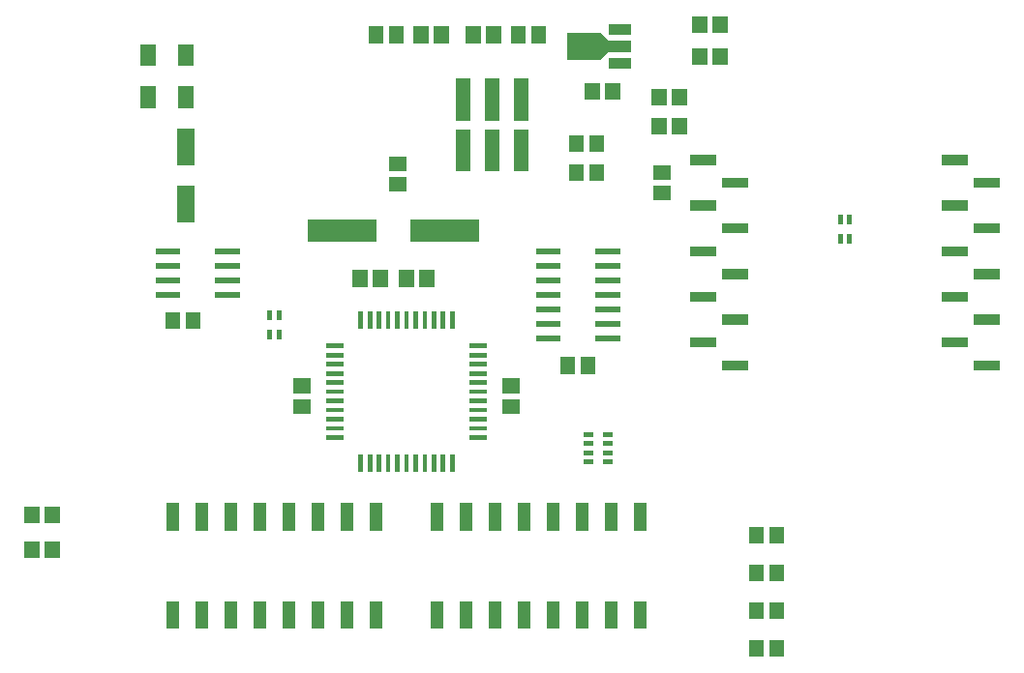
<source format=gbr>
G04 start of page 10 for group -4015 idx -4015 *
G04 Title: (unknown), toppaste *
G04 Creator: pcb 20140316 *
G04 CreationDate: Wed 03 Jan 2018 04:45:06 AM GMT UTC *
G04 For: railfan *
G04 Format: Gerber/RS-274X *
G04 PCB-Dimensions (mil): 3500.00 2300.00 *
G04 PCB-Coordinate-Origin: lower left *
%MOIN*%
%FSLAX25Y25*%
%LNTOPPASTE*%
%ADD103R,0.0500X0.0500*%
%ADD102R,0.0630X0.0630*%
%ADD101R,0.0550X0.0550*%
%ADD100R,0.0350X0.0350*%
%ADD99C,0.0001*%
%ADD98R,0.0945X0.0945*%
%ADD97R,0.0378X0.0378*%
%ADD96R,0.0787X0.0787*%
%ADD95R,0.0157X0.0157*%
%ADD94R,0.0440X0.0440*%
%ADD93R,0.0167X0.0167*%
%ADD92R,0.0512X0.0512*%
%ADD91R,0.0200X0.0200*%
G54D91*X75500Y129000D02*X82000D01*
X75500Y134000D02*X82000D01*
X75500Y139000D02*X82000D01*
X75500Y144000D02*X82000D01*
X55000D02*X61500D01*
X55000Y139000D02*X61500D01*
X55000Y134000D02*X61500D01*
X55000Y129000D02*X61500D01*
G54D92*X204457Y199393D02*Y198607D01*
X211543Y199393D02*Y198607D01*
X137043Y218893D02*Y218107D01*
X129957Y218893D02*Y218107D01*
X152543Y218893D02*Y218107D01*
X145457Y218893D02*Y218107D01*
X178957Y218893D02*Y218107D01*
X186043Y218893D02*Y218107D01*
X163457Y218893D02*Y218107D01*
X170543Y218893D02*Y218107D01*
X59957Y120393D02*Y119607D01*
X67043Y120393D02*Y119607D01*
G54D93*X202217Y80724D02*X204087D01*
X202217Y77575D02*X204087D01*
X202217Y74425D02*X204087D01*
X202217Y71276D02*X204087D01*
X208913D02*X210783D01*
X208913Y74425D02*X210783D01*
X208913Y77575D02*X210783D01*
X208913Y80724D02*X210783D01*
X293075Y155783D02*Y153913D01*
X289925Y155783D02*Y153913D01*
Y149087D02*Y147217D01*
X293075Y149087D02*Y147217D01*
G54D94*X151000Y21150D02*Y15950D01*
X161000Y21150D02*Y15950D01*
X171000Y21150D02*Y15950D01*
X181000Y21150D02*Y15950D01*
X191000Y21150D02*Y15950D01*
X201000Y21150D02*Y15950D01*
X211000Y21150D02*Y15950D01*
X221000Y21150D02*Y15950D01*
X151000Y55050D02*Y49850D01*
X161000Y55050D02*Y49850D01*
X171000Y55050D02*Y49850D01*
X181000Y55050D02*Y49850D01*
X191000Y55050D02*Y49850D01*
X201000Y55050D02*Y49850D01*
X211000Y55050D02*Y49850D01*
X221000Y55050D02*Y49850D01*
X60000Y21150D02*Y15950D01*
X70000Y21150D02*Y15950D01*
X80000Y21150D02*Y15950D01*
X90000Y21150D02*Y15950D01*
X100000Y21150D02*Y15950D01*
X110000Y21150D02*Y15950D01*
X120000Y21150D02*Y15950D01*
X130000Y21150D02*Y15950D01*
X60000Y55050D02*Y49850D01*
X70000Y55050D02*Y49850D01*
X80000Y55050D02*Y49850D01*
X90000Y55050D02*Y49850D01*
X100000Y55050D02*Y49850D01*
X110000Y55050D02*Y49850D01*
X120000Y55050D02*Y49850D01*
X130000Y55050D02*Y49850D01*
G54D95*X156248Y122398D02*Y117972D01*
X153099Y122398D02*Y117972D01*
X149949Y122398D02*Y117972D01*
X146800Y122398D02*Y117972D01*
X143650Y122398D02*Y117972D01*
X140500Y122398D02*Y117972D01*
X137351Y122398D02*Y117972D01*
X134201Y122398D02*Y117972D01*
X131052Y122398D02*Y117972D01*
X127902Y122398D02*Y117972D01*
X124752Y122398D02*Y117972D01*
X113602Y111248D02*X118028D01*
X113602Y108099D02*X118028D01*
X113602Y104949D02*X118028D01*
X113602Y101800D02*X118028D01*
X113602Y98650D02*X118028D01*
X113602Y95500D02*X118028D01*
X113602Y92351D02*X118028D01*
X113602Y89201D02*X118028D01*
X113602Y86052D02*X118028D01*
X113602Y82902D02*X118028D01*
X113602Y79752D02*X118028D01*
X124752Y73028D02*Y68602D01*
X127901Y73028D02*Y68602D01*
X131051Y73028D02*Y68602D01*
X134200Y73028D02*Y68602D01*
X137350Y73028D02*Y68602D01*
X140500Y73028D02*Y68602D01*
X143649Y73028D02*Y68602D01*
X146799Y73028D02*Y68602D01*
X149948Y73028D02*Y68602D01*
X153098Y73028D02*Y68602D01*
X156248Y73028D02*Y68602D01*
X162972Y79752D02*X167398D01*
X162972Y82901D02*X167398D01*
X162972Y86051D02*X167398D01*
X162972Y89200D02*X167398D01*
X162972Y92350D02*X167398D01*
X162972Y95500D02*X167398D01*
X162972Y98649D02*X167398D01*
X162972Y101799D02*X167398D01*
X162972Y104948D02*X167398D01*
X162972Y108098D02*X167398D01*
X162972Y111248D02*X167398D01*
G54D92*X176107Y90457D02*X176893D01*
X176107Y97543D02*X176893D01*
X104107D02*X104893D01*
X104107Y90457D02*X104893D01*
X11457Y53393D02*Y52607D01*
X18543Y53393D02*Y52607D01*
Y41393D02*Y40607D01*
X11457Y41393D02*Y40607D01*
G54D96*X110409Y151000D02*X126157D01*
X145843D02*X161591D01*
G54D92*X147543Y134893D02*Y134107D01*
X140457Y134893D02*Y134107D01*
X124457Y134893D02*Y134107D01*
X131543Y134893D02*Y134107D01*
X137107Y174043D02*X137893D01*
X137107Y166957D02*X137893D01*
G54D97*X211890Y208594D02*X215984D01*
X204174Y214500D02*X215984D01*
G54D98*X200550D02*X202440D01*
G54D99*G36*
X205745Y211195D02*X208585Y214035D01*
X210005Y212615D01*
X207165Y209775D01*
X205745Y211195D01*
G37*
G36*
X207165Y219225D02*X210005Y216385D01*
X208585Y214965D01*
X205745Y217805D01*
X207165Y219225D01*
G37*
G54D97*X211890Y220406D02*X215984D01*
G54D91*X206500Y114000D02*X213000D01*
X206500Y119000D02*X213000D01*
X206500Y124000D02*X213000D01*
X206500Y129000D02*X213000D01*
X206500Y134000D02*X213000D01*
X206500Y139000D02*X213000D01*
X206500Y144000D02*X213000D01*
X186000D02*X192500D01*
X186000Y139000D02*X192500D01*
X186000Y134000D02*X192500D01*
X186000Y129000D02*X192500D01*
X186000Y124000D02*X192500D01*
X186000Y119000D02*X192500D01*
X186000Y114000D02*X192500D01*
G54D92*X203043Y104893D02*Y104107D01*
X195957Y104893D02*Y104107D01*
G54D100*X239945Y175433D02*X245457D01*
X239945Y159685D02*X245457D01*
X239945Y143937D02*X245457D01*
X239945Y128189D02*X245457D01*
X239945Y112441D02*X245457D01*
X250929Y104567D02*X256441D01*
X250929Y120315D02*X256441D01*
X250929Y136063D02*X256441D01*
X250929Y151811D02*X256441D01*
X250929Y167559D02*X256441D01*
X326559Y175433D02*X332071D01*
X326559Y159685D02*X332071D01*
X326559Y143937D02*X332071D01*
X326559Y128189D02*X332071D01*
X326559Y112441D02*X332071D01*
X337543Y104567D02*X343055D01*
X337543Y120315D02*X343055D01*
X337543Y136063D02*X343055D01*
X337543Y151811D02*X343055D01*
X337543Y167559D02*X343055D01*
G54D92*X228107Y163957D02*X228893D01*
X228107Y171043D02*X228893D01*
X234543Y197393D02*Y196607D01*
X227457Y197393D02*Y196607D01*
X234543Y187393D02*Y186607D01*
X227457Y187393D02*Y186607D01*
G54D101*X51500Y212500D02*Y210500D01*
X64500Y212500D02*Y210500D01*
X51500Y198000D02*Y196000D01*
X64500Y198000D02*Y196000D01*
G54D102*Y182992D02*Y176693D01*
Y163307D02*Y157008D01*
G54D93*X96575Y122783D02*Y120913D01*
X93425Y122783D02*Y120913D01*
Y116087D02*Y114217D01*
X96575Y116087D02*Y114217D01*
G54D103*X160000Y183504D02*Y174016D01*
X170000Y183504D02*Y174016D01*
X180000Y183504D02*Y174016D01*
Y200984D02*Y191496D01*
X170000Y200984D02*Y191496D01*
X160000Y200984D02*Y191496D01*
G54D92*X198957Y181393D02*Y180607D01*
X206043Y181393D02*Y180607D01*
X198957Y171393D02*Y170607D01*
X206043Y171393D02*Y170607D01*
X268043Y7393D02*Y6607D01*
X260957Y7393D02*Y6607D01*
X268043Y20393D02*Y19607D01*
X260957Y20393D02*Y19607D01*
X268043Y33393D02*Y32607D01*
X260957Y33393D02*Y32607D01*
X268043Y46393D02*Y45607D01*
X260957Y46393D02*Y45607D01*
X241457Y222393D02*Y221607D01*
X248543Y222393D02*Y221607D01*
X241457Y211393D02*Y210607D01*
X248543Y211393D02*Y210607D01*
M02*

</source>
